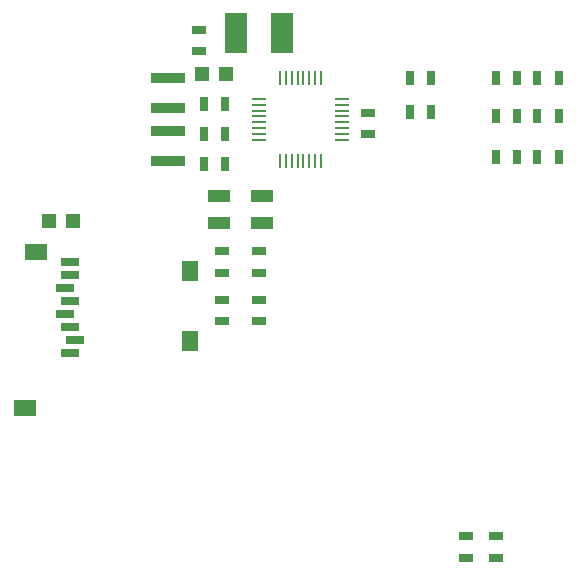
<source format=gtp>
G75*
G70*
%OFA0B0*%
%FSLAX24Y24*%
%IPPOS*%
%LPD*%
%AMOC8*
5,1,8,0,0,1.08239X$1,22.5*
%
%ADD10R,0.0450X0.0100*%
%ADD11R,0.0100X0.0450*%
%ADD12R,0.1181X0.0354*%
%ADD13R,0.0500X0.0500*%
%ADD14R,0.0472X0.0315*%
%ADD15R,0.0315X0.0472*%
%ADD16R,0.0748X0.1339*%
%ADD17R,0.0748X0.0551*%
%ADD18R,0.0551X0.0709*%
%ADD19R,0.0591X0.0276*%
%ADD20R,0.0748X0.0433*%
D10*
X010359Y019116D03*
X010359Y019313D03*
X010359Y019510D03*
X010359Y019707D03*
X010359Y019903D03*
X010359Y020100D03*
X010359Y020297D03*
X010359Y020494D03*
X013115Y020494D03*
X013115Y020297D03*
X013115Y020100D03*
X013115Y019903D03*
X013115Y019707D03*
X013115Y019510D03*
X013115Y019313D03*
X013115Y019116D03*
D11*
X012426Y018427D03*
X012229Y018427D03*
X012032Y018427D03*
X011835Y018427D03*
X011638Y018427D03*
X011442Y018427D03*
X011245Y018427D03*
X011048Y018427D03*
X011048Y021183D03*
X011245Y021183D03*
X011442Y021183D03*
X011638Y021183D03*
X011835Y021183D03*
X012032Y021183D03*
X012229Y021183D03*
X012426Y021183D03*
D12*
X007326Y021183D03*
X007326Y020199D03*
X007326Y019411D03*
X007326Y018427D03*
D13*
X008462Y021305D03*
X009262Y021305D03*
X004137Y016430D03*
X003337Y016430D03*
D14*
X008362Y022076D03*
X008362Y022784D03*
X013987Y020034D03*
X013987Y019326D03*
X010362Y015409D03*
X010362Y014701D03*
X010362Y013784D03*
X010362Y013076D03*
X009112Y013076D03*
X009112Y013784D03*
X009112Y014701D03*
X009112Y015409D03*
X017237Y005909D03*
X017237Y005201D03*
X018237Y005201D03*
X018237Y005909D03*
D15*
X009216Y018305D03*
X008508Y018305D03*
X008508Y019305D03*
X009216Y019305D03*
X009216Y020305D03*
X008508Y020305D03*
X015383Y020055D03*
X016091Y020055D03*
X016091Y021180D03*
X015383Y021180D03*
X018258Y021180D03*
X018966Y021180D03*
X019633Y021180D03*
X020341Y021180D03*
X020341Y019930D03*
X019633Y019930D03*
X018966Y019930D03*
X018258Y019930D03*
X018258Y018555D03*
X018966Y018555D03*
X019633Y018555D03*
X020341Y018555D03*
D16*
X011130Y022680D03*
X009594Y022680D03*
D17*
X002552Y010201D03*
X002906Y015398D03*
D18*
X008064Y014768D03*
X008064Y012405D03*
D19*
X004205Y012445D03*
X004048Y012878D03*
X003890Y013311D03*
X004048Y013744D03*
X003890Y014177D03*
X004048Y014610D03*
X004048Y015043D03*
X004048Y012012D03*
D20*
X009009Y016352D03*
X009009Y017258D03*
X010465Y017258D03*
X010465Y016352D03*
M02*

</source>
